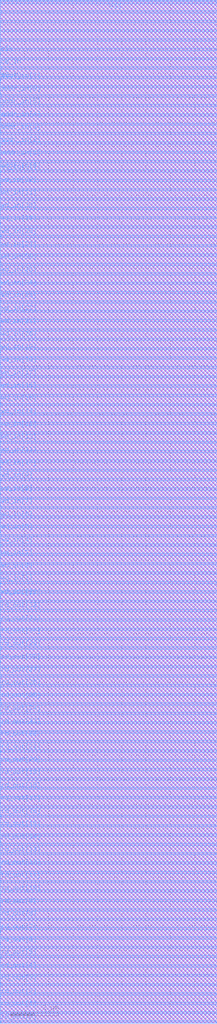
<source format=lef>
# Generated by FakeRAM 2.0
VERSION 5.7 ;
BUSBITCHARS "[]" ;
PROPERTYDEFINITIONS
  MACRO width INTEGER ;
  MACRO depth INTEGER ;
  MACRO banks INTEGER ;
END PROPERTYDEFINITIONS
MACRO fakeram7_256x34
  PROPERTY width 34 ;
  PROPERTY depth 256 ;
  PROPERTY banks 2 ;
  FOREIGN fakeram7_256x34 0 0 ;
  SYMMETRY X Y R90 ;
  SIZE 8.930 BY 42.000 ;
  CLASS BLOCK ;
  PIN rd_out[0]
    DIRECTION OUTPUT ;
    USE SIGNAL ;
    SHAPE ABUTMENT ;
    PORT
      LAYER M4 ;
      RECT 0.000 0.048 0.024 0.072 ;
    END
  END rd_out[0]
  PIN rd_out[1]
    DIRECTION OUTPUT ;
    USE SIGNAL ;
    SHAPE ABUTMENT ;
    PORT
      LAYER M4 ;
      RECT 0.000 0.576 0.024 0.600 ;
    END
  END rd_out[1]
  PIN rd_out[2]
    DIRECTION OUTPUT ;
    USE SIGNAL ;
    SHAPE ABUTMENT ;
    PORT
      LAYER M4 ;
      RECT 0.000 1.104 0.024 1.128 ;
    END
  END rd_out[2]
  PIN rd_out[3]
    DIRECTION OUTPUT ;
    USE SIGNAL ;
    SHAPE ABUTMENT ;
    PORT
      LAYER M4 ;
      RECT 0.000 1.632 0.024 1.656 ;
    END
  END rd_out[3]
  PIN rd_out[4]
    DIRECTION OUTPUT ;
    USE SIGNAL ;
    SHAPE ABUTMENT ;
    PORT
      LAYER M4 ;
      RECT 0.000 2.160 0.024 2.184 ;
    END
  END rd_out[4]
  PIN rd_out[5]
    DIRECTION OUTPUT ;
    USE SIGNAL ;
    SHAPE ABUTMENT ;
    PORT
      LAYER M4 ;
      RECT 0.000 2.688 0.024 2.712 ;
    END
  END rd_out[5]
  PIN rd_out[6]
    DIRECTION OUTPUT ;
    USE SIGNAL ;
    SHAPE ABUTMENT ;
    PORT
      LAYER M4 ;
      RECT 0.000 3.216 0.024 3.240 ;
    END
  END rd_out[6]
  PIN rd_out[7]
    DIRECTION OUTPUT ;
    USE SIGNAL ;
    SHAPE ABUTMENT ;
    PORT
      LAYER M4 ;
      RECT 0.000 3.744 0.024 3.768 ;
    END
  END rd_out[7]
  PIN rd_out[8]
    DIRECTION OUTPUT ;
    USE SIGNAL ;
    SHAPE ABUTMENT ;
    PORT
      LAYER M4 ;
      RECT 0.000 4.272 0.024 4.296 ;
    END
  END rd_out[8]
  PIN rd_out[9]
    DIRECTION OUTPUT ;
    USE SIGNAL ;
    SHAPE ABUTMENT ;
    PORT
      LAYER M4 ;
      RECT 0.000 4.800 0.024 4.824 ;
    END
  END rd_out[9]
  PIN rd_out[10]
    DIRECTION OUTPUT ;
    USE SIGNAL ;
    SHAPE ABUTMENT ;
    PORT
      LAYER M4 ;
      RECT 0.000 5.328 0.024 5.352 ;
    END
  END rd_out[10]
  PIN rd_out[11]
    DIRECTION OUTPUT ;
    USE SIGNAL ;
    SHAPE ABUTMENT ;
    PORT
      LAYER M4 ;
      RECT 0.000 5.856 0.024 5.880 ;
    END
  END rd_out[11]
  PIN rd_out[12]
    DIRECTION OUTPUT ;
    USE SIGNAL ;
    SHAPE ABUTMENT ;
    PORT
      LAYER M4 ;
      RECT 0.000 6.384 0.024 6.408 ;
    END
  END rd_out[12]
  PIN rd_out[13]
    DIRECTION OUTPUT ;
    USE SIGNAL ;
    SHAPE ABUTMENT ;
    PORT
      LAYER M4 ;
      RECT 0.000 6.912 0.024 6.936 ;
    END
  END rd_out[13]
  PIN rd_out[14]
    DIRECTION OUTPUT ;
    USE SIGNAL ;
    SHAPE ABUTMENT ;
    PORT
      LAYER M4 ;
      RECT 0.000 7.440 0.024 7.464 ;
    END
  END rd_out[14]
  PIN rd_out[15]
    DIRECTION OUTPUT ;
    USE SIGNAL ;
    SHAPE ABUTMENT ;
    PORT
      LAYER M4 ;
      RECT 0.000 7.968 0.024 7.992 ;
    END
  END rd_out[15]
  PIN rd_out[16]
    DIRECTION OUTPUT ;
    USE SIGNAL ;
    SHAPE ABUTMENT ;
    PORT
      LAYER M4 ;
      RECT 0.000 8.496 0.024 8.520 ;
    END
  END rd_out[16]
  PIN rd_out[17]
    DIRECTION OUTPUT ;
    USE SIGNAL ;
    SHAPE ABUTMENT ;
    PORT
      LAYER M4 ;
      RECT 0.000 9.024 0.024 9.048 ;
    END
  END rd_out[17]
  PIN rd_out[18]
    DIRECTION OUTPUT ;
    USE SIGNAL ;
    SHAPE ABUTMENT ;
    PORT
      LAYER M4 ;
      RECT 0.000 9.552 0.024 9.576 ;
    END
  END rd_out[18]
  PIN rd_out[19]
    DIRECTION OUTPUT ;
    USE SIGNAL ;
    SHAPE ABUTMENT ;
    PORT
      LAYER M4 ;
      RECT 0.000 10.080 0.024 10.104 ;
    END
  END rd_out[19]
  PIN rd_out[20]
    DIRECTION OUTPUT ;
    USE SIGNAL ;
    SHAPE ABUTMENT ;
    PORT
      LAYER M4 ;
      RECT 0.000 10.608 0.024 10.632 ;
    END
  END rd_out[20]
  PIN rd_out[21]
    DIRECTION OUTPUT ;
    USE SIGNAL ;
    SHAPE ABUTMENT ;
    PORT
      LAYER M4 ;
      RECT 0.000 11.136 0.024 11.160 ;
    END
  END rd_out[21]
  PIN rd_out[22]
    DIRECTION OUTPUT ;
    USE SIGNAL ;
    SHAPE ABUTMENT ;
    PORT
      LAYER M4 ;
      RECT 0.000 11.664 0.024 11.688 ;
    END
  END rd_out[22]
  PIN rd_out[23]
    DIRECTION OUTPUT ;
    USE SIGNAL ;
    SHAPE ABUTMENT ;
    PORT
      LAYER M4 ;
      RECT 0.000 12.192 0.024 12.216 ;
    END
  END rd_out[23]
  PIN rd_out[24]
    DIRECTION OUTPUT ;
    USE SIGNAL ;
    SHAPE ABUTMENT ;
    PORT
      LAYER M4 ;
      RECT 0.000 12.720 0.024 12.744 ;
    END
  END rd_out[24]
  PIN rd_out[25]
    DIRECTION OUTPUT ;
    USE SIGNAL ;
    SHAPE ABUTMENT ;
    PORT
      LAYER M4 ;
      RECT 0.000 13.248 0.024 13.272 ;
    END
  END rd_out[25]
  PIN rd_out[26]
    DIRECTION OUTPUT ;
    USE SIGNAL ;
    SHAPE ABUTMENT ;
    PORT
      LAYER M4 ;
      RECT 0.000 13.776 0.024 13.800 ;
    END
  END rd_out[26]
  PIN rd_out[27]
    DIRECTION OUTPUT ;
    USE SIGNAL ;
    SHAPE ABUTMENT ;
    PORT
      LAYER M4 ;
      RECT 0.000 14.304 0.024 14.328 ;
    END
  END rd_out[27]
  PIN rd_out[28]
    DIRECTION OUTPUT ;
    USE SIGNAL ;
    SHAPE ABUTMENT ;
    PORT
      LAYER M4 ;
      RECT 0.000 14.832 0.024 14.856 ;
    END
  END rd_out[28]
  PIN rd_out[29]
    DIRECTION OUTPUT ;
    USE SIGNAL ;
    SHAPE ABUTMENT ;
    PORT
      LAYER M4 ;
      RECT 0.000 15.360 0.024 15.384 ;
    END
  END rd_out[29]
  PIN rd_out[30]
    DIRECTION OUTPUT ;
    USE SIGNAL ;
    SHAPE ABUTMENT ;
    PORT
      LAYER M4 ;
      RECT 0.000 15.888 0.024 15.912 ;
    END
  END rd_out[30]
  PIN rd_out[31]
    DIRECTION OUTPUT ;
    USE SIGNAL ;
    SHAPE ABUTMENT ;
    PORT
      LAYER M4 ;
      RECT 0.000 16.416 0.024 16.440 ;
    END
  END rd_out[31]
  PIN rd_out[32]
    DIRECTION OUTPUT ;
    USE SIGNAL ;
    SHAPE ABUTMENT ;
    PORT
      LAYER M4 ;
      RECT 0.000 16.944 0.024 16.968 ;
    END
  END rd_out[32]
  PIN rd_out[33]
    DIRECTION OUTPUT ;
    USE SIGNAL ;
    SHAPE ABUTMENT ;
    PORT
      LAYER M4 ;
      RECT 0.000 17.472 0.024 17.496 ;
    END
  END rd_out[33]
  PIN wd_in[0]
    DIRECTION INPUT ;
    USE SIGNAL ;
    SHAPE ABUTMENT ;
    PORT
      LAYER M4 ;
      RECT 0.000 17.520 0.024 17.544 ;
    END
  END wd_in[0]
  PIN wd_in[1]
    DIRECTION INPUT ;
    USE SIGNAL ;
    SHAPE ABUTMENT ;
    PORT
      LAYER M4 ;
      RECT 0.000 18.048 0.024 18.072 ;
    END
  END wd_in[1]
  PIN wd_in[2]
    DIRECTION INPUT ;
    USE SIGNAL ;
    SHAPE ABUTMENT ;
    PORT
      LAYER M4 ;
      RECT 0.000 18.576 0.024 18.600 ;
    END
  END wd_in[2]
  PIN wd_in[3]
    DIRECTION INPUT ;
    USE SIGNAL ;
    SHAPE ABUTMENT ;
    PORT
      LAYER M4 ;
      RECT 0.000 19.104 0.024 19.128 ;
    END
  END wd_in[3]
  PIN wd_in[4]
    DIRECTION INPUT ;
    USE SIGNAL ;
    SHAPE ABUTMENT ;
    PORT
      LAYER M4 ;
      RECT 0.000 19.632 0.024 19.656 ;
    END
  END wd_in[4]
  PIN wd_in[5]
    DIRECTION INPUT ;
    USE SIGNAL ;
    SHAPE ABUTMENT ;
    PORT
      LAYER M4 ;
      RECT 0.000 20.160 0.024 20.184 ;
    END
  END wd_in[5]
  PIN wd_in[6]
    DIRECTION INPUT ;
    USE SIGNAL ;
    SHAPE ABUTMENT ;
    PORT
      LAYER M4 ;
      RECT 0.000 20.688 0.024 20.712 ;
    END
  END wd_in[6]
  PIN wd_in[7]
    DIRECTION INPUT ;
    USE SIGNAL ;
    SHAPE ABUTMENT ;
    PORT
      LAYER M4 ;
      RECT 0.000 21.216 0.024 21.240 ;
    END
  END wd_in[7]
  PIN wd_in[8]
    DIRECTION INPUT ;
    USE SIGNAL ;
    SHAPE ABUTMENT ;
    PORT
      LAYER M4 ;
      RECT 0.000 21.744 0.024 21.768 ;
    END
  END wd_in[8]
  PIN wd_in[9]
    DIRECTION INPUT ;
    USE SIGNAL ;
    SHAPE ABUTMENT ;
    PORT
      LAYER M4 ;
      RECT 0.000 22.272 0.024 22.296 ;
    END
  END wd_in[9]
  PIN wd_in[10]
    DIRECTION INPUT ;
    USE SIGNAL ;
    SHAPE ABUTMENT ;
    PORT
      LAYER M4 ;
      RECT 0.000 22.800 0.024 22.824 ;
    END
  END wd_in[10]
  PIN wd_in[11]
    DIRECTION INPUT ;
    USE SIGNAL ;
    SHAPE ABUTMENT ;
    PORT
      LAYER M4 ;
      RECT 0.000 23.328 0.024 23.352 ;
    END
  END wd_in[11]
  PIN wd_in[12]
    DIRECTION INPUT ;
    USE SIGNAL ;
    SHAPE ABUTMENT ;
    PORT
      LAYER M4 ;
      RECT 0.000 23.856 0.024 23.880 ;
    END
  END wd_in[12]
  PIN wd_in[13]
    DIRECTION INPUT ;
    USE SIGNAL ;
    SHAPE ABUTMENT ;
    PORT
      LAYER M4 ;
      RECT 0.000 24.384 0.024 24.408 ;
    END
  END wd_in[13]
  PIN wd_in[14]
    DIRECTION INPUT ;
    USE SIGNAL ;
    SHAPE ABUTMENT ;
    PORT
      LAYER M4 ;
      RECT 0.000 24.912 0.024 24.936 ;
    END
  END wd_in[14]
  PIN wd_in[15]
    DIRECTION INPUT ;
    USE SIGNAL ;
    SHAPE ABUTMENT ;
    PORT
      LAYER M4 ;
      RECT 0.000 25.440 0.024 25.464 ;
    END
  END wd_in[15]
  PIN wd_in[16]
    DIRECTION INPUT ;
    USE SIGNAL ;
    SHAPE ABUTMENT ;
    PORT
      LAYER M4 ;
      RECT 0.000 25.968 0.024 25.992 ;
    END
  END wd_in[16]
  PIN wd_in[17]
    DIRECTION INPUT ;
    USE SIGNAL ;
    SHAPE ABUTMENT ;
    PORT
      LAYER M4 ;
      RECT 0.000 26.496 0.024 26.520 ;
    END
  END wd_in[17]
  PIN wd_in[18]
    DIRECTION INPUT ;
    USE SIGNAL ;
    SHAPE ABUTMENT ;
    PORT
      LAYER M4 ;
      RECT 0.000 27.024 0.024 27.048 ;
    END
  END wd_in[18]
  PIN wd_in[19]
    DIRECTION INPUT ;
    USE SIGNAL ;
    SHAPE ABUTMENT ;
    PORT
      LAYER M4 ;
      RECT 0.000 27.552 0.024 27.576 ;
    END
  END wd_in[19]
  PIN wd_in[20]
    DIRECTION INPUT ;
    USE SIGNAL ;
    SHAPE ABUTMENT ;
    PORT
      LAYER M4 ;
      RECT 0.000 28.080 0.024 28.104 ;
    END
  END wd_in[20]
  PIN wd_in[21]
    DIRECTION INPUT ;
    USE SIGNAL ;
    SHAPE ABUTMENT ;
    PORT
      LAYER M4 ;
      RECT 0.000 28.608 0.024 28.632 ;
    END
  END wd_in[21]
  PIN wd_in[22]
    DIRECTION INPUT ;
    USE SIGNAL ;
    SHAPE ABUTMENT ;
    PORT
      LAYER M4 ;
      RECT 0.000 29.136 0.024 29.160 ;
    END
  END wd_in[22]
  PIN wd_in[23]
    DIRECTION INPUT ;
    USE SIGNAL ;
    SHAPE ABUTMENT ;
    PORT
      LAYER M4 ;
      RECT 0.000 29.664 0.024 29.688 ;
    END
  END wd_in[23]
  PIN wd_in[24]
    DIRECTION INPUT ;
    USE SIGNAL ;
    SHAPE ABUTMENT ;
    PORT
      LAYER M4 ;
      RECT 0.000 30.192 0.024 30.216 ;
    END
  END wd_in[24]
  PIN wd_in[25]
    DIRECTION INPUT ;
    USE SIGNAL ;
    SHAPE ABUTMENT ;
    PORT
      LAYER M4 ;
      RECT 0.000 30.720 0.024 30.744 ;
    END
  END wd_in[25]
  PIN wd_in[26]
    DIRECTION INPUT ;
    USE SIGNAL ;
    SHAPE ABUTMENT ;
    PORT
      LAYER M4 ;
      RECT 0.000 31.248 0.024 31.272 ;
    END
  END wd_in[26]
  PIN wd_in[27]
    DIRECTION INPUT ;
    USE SIGNAL ;
    SHAPE ABUTMENT ;
    PORT
      LAYER M4 ;
      RECT 0.000 31.776 0.024 31.800 ;
    END
  END wd_in[27]
  PIN wd_in[28]
    DIRECTION INPUT ;
    USE SIGNAL ;
    SHAPE ABUTMENT ;
    PORT
      LAYER M4 ;
      RECT 0.000 32.304 0.024 32.328 ;
    END
  END wd_in[28]
  PIN wd_in[29]
    DIRECTION INPUT ;
    USE SIGNAL ;
    SHAPE ABUTMENT ;
    PORT
      LAYER M4 ;
      RECT 0.000 32.832 0.024 32.856 ;
    END
  END wd_in[29]
  PIN wd_in[30]
    DIRECTION INPUT ;
    USE SIGNAL ;
    SHAPE ABUTMENT ;
    PORT
      LAYER M4 ;
      RECT 0.000 33.360 0.024 33.384 ;
    END
  END wd_in[30]
  PIN wd_in[31]
    DIRECTION INPUT ;
    USE SIGNAL ;
    SHAPE ABUTMENT ;
    PORT
      LAYER M4 ;
      RECT 0.000 33.888 0.024 33.912 ;
    END
  END wd_in[31]
  PIN wd_in[32]
    DIRECTION INPUT ;
    USE SIGNAL ;
    SHAPE ABUTMENT ;
    PORT
      LAYER M4 ;
      RECT 0.000 34.416 0.024 34.440 ;
    END
  END wd_in[32]
  PIN wd_in[33]
    DIRECTION INPUT ;
    USE SIGNAL ;
    SHAPE ABUTMENT ;
    PORT
      LAYER M4 ;
      RECT 0.000 34.944 0.024 34.968 ;
    END
  END wd_in[33]
  PIN addr_in[0]
    DIRECTION INPUT ;
    USE SIGNAL ;
    SHAPE ABUTMENT ;
    PORT
      LAYER M4 ;
      RECT 0.000 34.992 0.024 35.016 ;
    END
  END addr_in[0]
  PIN addr_in[1]
    DIRECTION INPUT ;
    USE SIGNAL ;
    SHAPE ABUTMENT ;
    PORT
      LAYER M4 ;
      RECT 0.000 35.520 0.024 35.544 ;
    END
  END addr_in[1]
  PIN addr_in[2]
    DIRECTION INPUT ;
    USE SIGNAL ;
    SHAPE ABUTMENT ;
    PORT
      LAYER M4 ;
      RECT 0.000 36.048 0.024 36.072 ;
    END
  END addr_in[2]
  PIN addr_in[3]
    DIRECTION INPUT ;
    USE SIGNAL ;
    SHAPE ABUTMENT ;
    PORT
      LAYER M4 ;
      RECT 0.000 36.576 0.024 36.600 ;
    END
  END addr_in[3]
  PIN addr_in[4]
    DIRECTION INPUT ;
    USE SIGNAL ;
    SHAPE ABUTMENT ;
    PORT
      LAYER M4 ;
      RECT 0.000 37.104 0.024 37.128 ;
    END
  END addr_in[4]
  PIN addr_in[5]
    DIRECTION INPUT ;
    USE SIGNAL ;
    SHAPE ABUTMENT ;
    PORT
      LAYER M4 ;
      RECT 0.000 37.632 0.024 37.656 ;
    END
  END addr_in[5]
  PIN addr_in[6]
    DIRECTION INPUT ;
    USE SIGNAL ;
    SHAPE ABUTMENT ;
    PORT
      LAYER M4 ;
      RECT 0.000 38.160 0.024 38.184 ;
    END
  END addr_in[6]
  PIN addr_in[7]
    DIRECTION INPUT ;
    USE SIGNAL ;
    SHAPE ABUTMENT ;
    PORT
      LAYER M4 ;
      RECT 0.000 38.688 0.024 38.712 ;
    END
  END addr_in[7]
  PIN we_in
    DIRECTION INPUT ;
    USE SIGNAL ;
    SHAPE ABUTMENT ;
    PORT
      LAYER M4 ;
      RECT 0.000 38.736 0.024 38.760 ;
    END
  END we_in
  PIN ce_in
    DIRECTION INPUT ;
    USE SIGNAL ;
    SHAPE ABUTMENT ;
    PORT
      LAYER M4 ;
      RECT 0.000 39.264 0.024 39.288 ;
    END
  END ce_in
  PIN clk
    DIRECTION INPUT ;
    USE SIGNAL ;
    SHAPE ABUTMENT ;
    PORT
      LAYER M4 ;
      RECT 0.000 39.792 0.024 39.816 ;
    END
  END clk
  PIN VSS
    DIRECTION INOUT ;
    USE GROUND ;
    PORT
      LAYER M4 ;
      RECT 0.048 0.000 8.882 0.096 ;
      RECT 0.048 0.768 8.882 0.864 ;
      RECT 0.048 1.536 8.882 1.632 ;
      RECT 0.048 2.304 8.882 2.400 ;
      RECT 0.048 3.072 8.882 3.168 ;
      RECT 0.048 3.840 8.882 3.936 ;
      RECT 0.048 4.608 8.882 4.704 ;
      RECT 0.048 5.376 8.882 5.472 ;
      RECT 0.048 6.144 8.882 6.240 ;
      RECT 0.048 6.912 8.882 7.008 ;
      RECT 0.048 7.680 8.882 7.776 ;
      RECT 0.048 8.448 8.882 8.544 ;
      RECT 0.048 9.216 8.882 9.312 ;
      RECT 0.048 9.984 8.882 10.080 ;
      RECT 0.048 10.752 8.882 10.848 ;
      RECT 0.048 11.520 8.882 11.616 ;
      RECT 0.048 12.288 8.882 12.384 ;
      RECT 0.048 13.056 8.882 13.152 ;
      RECT 0.048 13.824 8.882 13.920 ;
      RECT 0.048 14.592 8.882 14.688 ;
      RECT 0.048 15.360 8.882 15.456 ;
      RECT 0.048 16.128 8.882 16.224 ;
      RECT 0.048 16.896 8.882 16.992 ;
      RECT 0.048 17.664 8.882 17.760 ;
      RECT 0.048 18.432 8.882 18.528 ;
      RECT 0.048 19.200 8.882 19.296 ;
      RECT 0.048 19.968 8.882 20.064 ;
      RECT 0.048 20.736 8.882 20.832 ;
      RECT 0.048 21.504 8.882 21.600 ;
      RECT 0.048 22.272 8.882 22.368 ;
      RECT 0.048 23.040 8.882 23.136 ;
      RECT 0.048 23.808 8.882 23.904 ;
      RECT 0.048 24.576 8.882 24.672 ;
      RECT 0.048 25.344 8.882 25.440 ;
      RECT 0.048 26.112 8.882 26.208 ;
      RECT 0.048 26.880 8.882 26.976 ;
      RECT 0.048 27.648 8.882 27.744 ;
      RECT 0.048 28.416 8.882 28.512 ;
      RECT 0.048 29.184 8.882 29.280 ;
      RECT 0.048 29.952 8.882 30.048 ;
      RECT 0.048 30.720 8.882 30.816 ;
      RECT 0.048 31.488 8.882 31.584 ;
      RECT 0.048 32.256 8.882 32.352 ;
      RECT 0.048 33.024 8.882 33.120 ;
      RECT 0.048 33.792 8.882 33.888 ;
      RECT 0.048 34.560 8.882 34.656 ;
      RECT 0.048 35.328 8.882 35.424 ;
      RECT 0.048 36.096 8.882 36.192 ;
      RECT 0.048 36.864 8.882 36.960 ;
      RECT 0.048 37.632 8.882 37.728 ;
      RECT 0.048 38.400 8.882 38.496 ;
      RECT 0.048 39.168 8.882 39.264 ;
      RECT 0.048 39.936 8.882 40.032 ;
      RECT 0.048 40.704 8.882 40.800 ;
      RECT 0.048 41.472 8.882 41.568 ;
    END
  END VSS
  PIN VDD
    DIRECTION INOUT ;
    USE POWER ;
    PORT
      LAYER M4 ;
      RECT 0.048 0.384 8.882 0.480 ;
      RECT 0.048 1.152 8.882 1.248 ;
      RECT 0.048 1.920 8.882 2.016 ;
      RECT 0.048 2.688 8.882 2.784 ;
      RECT 0.048 3.456 8.882 3.552 ;
      RECT 0.048 4.224 8.882 4.320 ;
      RECT 0.048 4.992 8.882 5.088 ;
      RECT 0.048 5.760 8.882 5.856 ;
      RECT 0.048 6.528 8.882 6.624 ;
      RECT 0.048 7.296 8.882 7.392 ;
      RECT 0.048 8.064 8.882 8.160 ;
      RECT 0.048 8.832 8.882 8.928 ;
      RECT 0.048 9.600 8.882 9.696 ;
      RECT 0.048 10.368 8.882 10.464 ;
      RECT 0.048 11.136 8.882 11.232 ;
      RECT 0.048 11.904 8.882 12.000 ;
      RECT 0.048 12.672 8.882 12.768 ;
      RECT 0.048 13.440 8.882 13.536 ;
      RECT 0.048 14.208 8.882 14.304 ;
      RECT 0.048 14.976 8.882 15.072 ;
      RECT 0.048 15.744 8.882 15.840 ;
      RECT 0.048 16.512 8.882 16.608 ;
      RECT 0.048 17.280 8.882 17.376 ;
      RECT 0.048 18.048 8.882 18.144 ;
      RECT 0.048 18.816 8.882 18.912 ;
      RECT 0.048 19.584 8.882 19.680 ;
      RECT 0.048 20.352 8.882 20.448 ;
      RECT 0.048 21.120 8.882 21.216 ;
      RECT 0.048 21.888 8.882 21.984 ;
      RECT 0.048 22.656 8.882 22.752 ;
      RECT 0.048 23.424 8.882 23.520 ;
      RECT 0.048 24.192 8.882 24.288 ;
      RECT 0.048 24.960 8.882 25.056 ;
      RECT 0.048 25.728 8.882 25.824 ;
      RECT 0.048 26.496 8.882 26.592 ;
      RECT 0.048 27.264 8.882 27.360 ;
      RECT 0.048 28.032 8.882 28.128 ;
      RECT 0.048 28.800 8.882 28.896 ;
      RECT 0.048 29.568 8.882 29.664 ;
      RECT 0.048 30.336 8.882 30.432 ;
      RECT 0.048 31.104 8.882 31.200 ;
      RECT 0.048 31.872 8.882 31.968 ;
      RECT 0.048 32.640 8.882 32.736 ;
      RECT 0.048 33.408 8.882 33.504 ;
      RECT 0.048 34.176 8.882 34.272 ;
      RECT 0.048 34.944 8.882 35.040 ;
      RECT 0.048 35.712 8.882 35.808 ;
      RECT 0.048 36.480 8.882 36.576 ;
      RECT 0.048 37.248 8.882 37.344 ;
      RECT 0.048 38.016 8.882 38.112 ;
      RECT 0.048 38.784 8.882 38.880 ;
      RECT 0.048 39.552 8.882 39.648 ;
      RECT 0.048 40.320 8.882 40.416 ;
      RECT 0.048 41.088 8.882 41.184 ;
      RECT 0.048 41.856 8.882 41.952 ;
    END
  END VDD
  OBS
    LAYER M1 ;
    RECT 0 0 8.930 42.000 ;
    LAYER M2 ;
    RECT 0 0 8.930 42.000 ;
    LAYER M3 ;
    RECT 0 0 8.930 42.000 ;
    LAYER M4 ;
    RECT 0 0 8.930 42.000 ;
  END
END fakeram7_256x34

END LIBRARY

</source>
